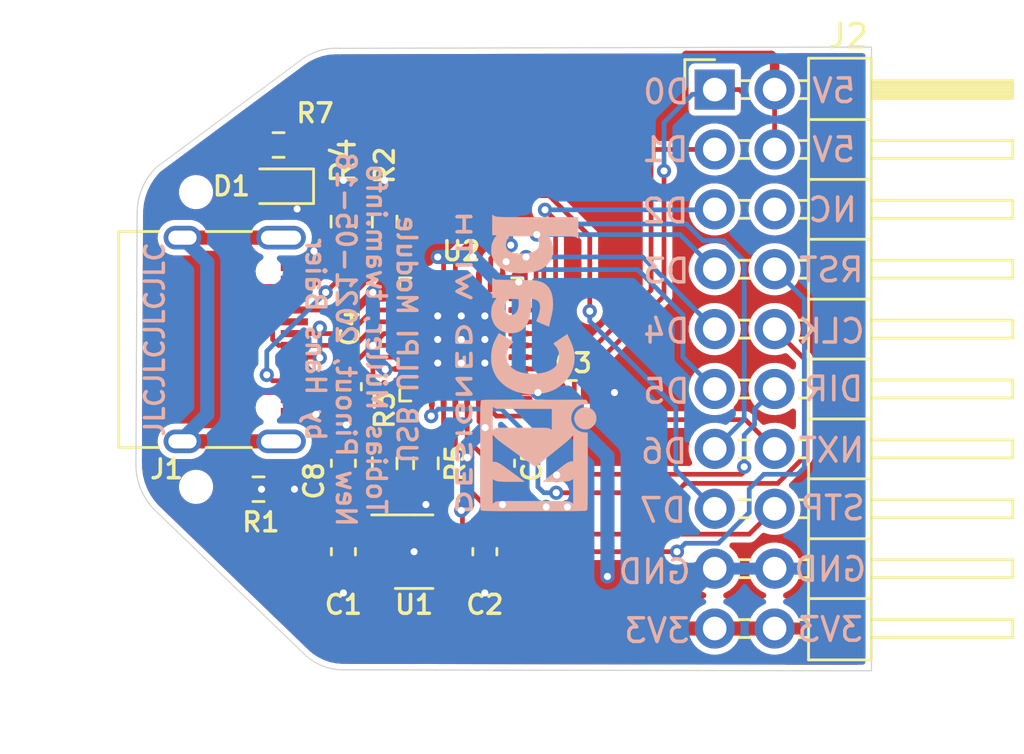
<source format=kicad_pcb>
(kicad_pcb (version 20210424) (generator pcbnew)
  (title_block (title "USB PMOD ULPI") (date "2021-01-30") (rev "1") (comment 1 "License: CC-BY-SA 4.0") (comment 2 "Author: Tobias Müller, twam.info"))
  (layers (0 "F.Cu" signal) (31 "B.Cu" signal) (34 "B.Paste" user) (35 "F.Paste" user) (36 "B.SilkS" user "B.Silkscreen") (37 "F.SilkS" user "F.Silkscreen") (38 "B.Mask" user) (39 "F.Mask" user) (44 "Edge.Cuts" user))
  (net 0 "")
  (net 1 "Net-(D1-Pad2)")
  (net 2 "GND")
  (net 3 "VBUS")
  (net 4 "/SBU2")
  (net 5 "/CC1")
  (net 6 "/SBU1")
  (net 7 "/CC2")
  (net 8 "Net-(J1-PadS1)")
  (net 9 "/D-")
  (net 10 "/D+")
  (net 11 "+3V3")
  (net 12 "/STP")
  (net 13 "/DIR")
  (net 14 "/NXT")
  (net 15 "/CLK")
  (net 16 "/RESET")
  (net 17 "/DATA3")
  (net 18 "/DATA7")
  (net 19 "/DATA2")
  (net 20 "/DATA6")
  (net 21 "/DATA1")
  (net 22 "/DATA5")
  (net 23 "/DATA0")
  (net 24 "/DATA4")
  (net 25 "Net-(R5-Pad1)")
  (net 26 "+1V8")
  (net 27 "Net-(R3-Pad2)")
  (net 28 "Net-(U1-Pad4)")
  (net 29 "Net-(U2-Pad25)")
  (net 30 "Net-(U2-Pad17)")
  (net 31 "Net-(U2-Pad16)")
  (net 32 "Net-(U2-Pad15)")
  (net 33 "Net-(U2-Pad12)")
  (net 34 "Net-(J2-Pad6)")
  (footprint "LED_SMD:LED_0603_1608Metric" (layer "F.Cu") (at 143.5 93.5 180)
    (fp_text reference "D1" (at 2 0 180) (layer "F.SilkS") (effects (font (size 0.8 0.8))))
    (fp_text value "green")
    (pad "1" smd roundrect locked (at -0.7875 0 180) (size 0.875 0.95) (layers "F.Cu" "F.Paste" "F.Mask") (net 2 "GND"))
    (pad "2" smd roundrect locked (at 0.7875 0 180) (size 0.875 0.95) (layers "F.Cu" "F.Paste" "F.Mask") (net 1 "Net-(D1-Pad2)"))
  )
  (footprint "Capacitor_SMD:C_0603_1608Metric" (layer "F.Cu") (at 146.25 105.25 90)
    (fp_text reference "C8" (at -0.75 -1.25 90) (layer "F.SilkS") (effects (font (size 0.8 0.8))))
    (fp_text value "2u2")
    (pad "1" smd roundrect locked (at -0.775 0 90) (size 0.9 0.95) (layers "F.Cu" "F.Paste" "F.Mask") (net 3 "VBUS"))
    (pad "2" smd roundrect locked (at 0.775 0 90) (size 0.9 0.95) (layers "F.Cu" "F.Paste" "F.Mask") (net 2 "GND"))
  )
  (footprint "Resistor_SMD:R_0603_1608Metric" (layer "F.Cu") (at 148 105.25 90)
    (fp_text reference "R3" (at 2.25 0 90) (layer "F.SilkS") (effects (font (size 0.8 0.8))))
    (fp_text value "10k")
    (pad "1" smd roundrect locked (at -0.825 0 90) (size 0.8 0.95) (layers "F.Cu" "F.Paste" "F.Mask") (net 3 "VBUS"))
    (pad "2" smd roundrect locked (at 0.825 0 90) (size 0.8 0.95) (layers "F.Cu" "F.Paste" "F.Mask") (net 27 "Net-(R3-Pad2)"))
  )
  (footprint "Resistor_SMD:R_0603_1608Metric" (layer "F.Cu") (at 143.5 91.75 180)
    (fp_text reference "R7" (at -1.55 1.35 180) (layer "F.SilkS") (effects (font (size 0.8 0.8))))
    (fp_text value "15k")
    (pad "1" smd roundrect locked (at -0.825 0 180) (size 0.8 0.95) (layers "F.Cu" "F.Paste" "F.Mask") (net 3 "VBUS"))
    (pad "2" smd roundrect locked (at 0.825 0 180) (size 0.8 0.95) (layers "F.Cu" "F.Paste" "F.Mask") (net 1 "Net-(D1-Pad2)"))
  )
  (footprint "Connector_USB:USB_C_Receptacle_XKB_U262-16XN-4BVC11" (layer "F.Cu") (at 140.5 100 -90)
    (fp_text reference "J1" (at 5.5 1.75 180) (layer "F.SilkS") (effects (font (size 0.8 0.8))))
    (fp_text value "USB_C_Receptacle_USB2.0")
    (pad "" np_thru_hole circle locked (at -2.89 -2.605 270) (size 0.65 0.65) (drill 0.65) (layers *.Cu *.Mask))
    (pad "" np_thru_hole circle locked (at 2.89 -2.605 270) (size 0.65 0.65) (drill 0.65) (layers *.Cu *.Mask))
    (pad "A1" smd rect locked (at -3.35 -3.67 270) (size 0.3 1.15) (layers "F.Cu" "F.Paste" "F.Mask") (net 2 "GND"))
    (pad "A4" smd rect locked (at -2.55 -3.67 270) (size 0.3 1.15) (layers "F.Cu" "F.Paste" "F.Mask") (net 3 "VBUS"))
    (pad "A5" smd rect locked (at -1.25 -3.67 270) (size 0.3 1.15) (layers "F.Cu" "F.Paste" "F.Mask") (net 5 "/CC1"))
    (pad "A6" smd rect locked (at -0.25 -3.67 270) (size 0.3 1.15) (layers "F.Cu" "F.Paste" "F.Mask") (net 10 "/D+"))
    (pad "A7" smd rect locked (at 0.25 -3.67 270) (size 0.3 1.15) (layers "F.Cu" "F.Paste" "F.Mask") (net 9 "/D-"))
    (pad "A8" smd rect locked (at 1.25 -3.67 270) (size 0.3 1.15) (layers "F.Cu" "F.Paste" "F.Mask") (net 6 "/SBU1"))
    (pad "A9" smd rect locked (at 2.55 -3.67 270) (size 0.3 1.15) (layers "F.Cu" "F.Paste" "F.Mask") (net 3 "VBUS"))
    (pad "A12" smd rect locked (at 3.35 -3.67 270) (size 0.3 1.15) (layers "F.Cu" "F.Paste" "F.Mask") (net 2 "GND"))
    (pad "B1" smd rect locked (at 3.05 -3.67 270) (size 0.3 1.15) (layers "F.Cu" "F.Paste" "F.Mask") (net 2 "GND"))
    (pad "B4" smd rect locked (at 2.25 -3.67 270) (size 0.3 1.15) (layers "F.Cu" "F.Paste" "F.Mask") (net 3 "VBUS"))
    (pad "B5" smd rect locked (at 1.75 -3.67 270) (size 0.3 1.15) (layers "F.Cu" "F.Paste" "F.Mask") (net 7 "/CC2"))
    (pad "B6" smd rect locked (at 0.75 -3.67 270) (size 0.3 1.15) (layers "F.Cu" "F.Paste" "F.Mask") (net 10 "/D+"))
    (pad "B7" smd rect locked (at -0.75 -3.67 270) (size 0.3 1.15) (layers "F.Cu" "F.Paste" "F.Mask") (net 9 "/D-"))
    (pad "B8" smd rect locked (at -1.75 -3.67 270) (size 0.3 1.15) (layers "F.Cu" "F.Paste" "F.Mask") (net 4 "/SBU2"))
    (pad "B9" smd rect locked (at -2.25 -3.67 270) (size 0.3 1.15) (layers "F.Cu" "F.Paste" "F.Mask") (net 3 "VBUS"))
    (pad "B12" smd rect locked (at -3.05 -3.67 270) (size 0.3 1.15) (layers "F.Cu" "F.Paste" "F.Mask") (net 2 "GND"))
    (pad "S1" thru_hole oval locked (at 4.32 1.075 270) (size 1 1.6) (drill oval 0.6 1.2) (layers *.Cu *.Mask) (net 8 "Net-(J1-PadS1)"))
    (pad "S1" thru_hole oval locked (at -4.32 -3.105 270) (size 1 2.1) (drill oval 0.6 1.7) (layers *.Cu *.Mask) (net 8 "Net-(J1-PadS1)"))
    (pad "S1" thru_hole oval locked (at 4.32 -3.105 270) (size 1 2.1) (drill oval 0.6 1.7) (layers *.Cu *.Mask) (net 8 "Net-(J1-PadS1)"))
    (pad "S1" thru_hole oval locked (at -4.32 1.075 270) (size 1 1.6) (drill oval 0.6 1.2) (layers *.Cu *.Mask) (net 8 "Net-(J1-PadS1)"))
  )
  (footprint "Resistor_SMD:R_0603_1608Metric" (layer "F.Cu") (at 148 95 90)
    (fp_text reference "R2" (at 1.5 0 90) (layer "F.SilkS") (effects (font (size 0.8 0.8)) (justify left)))
    (fp_text value "5k1")
    (pad "1" smd roundrect locked (at -0.825 0 90) (size 0.8 0.95) (layers "F.Cu" "F.Paste" "F.Mask") (net 5 "/CC1"))
    (pad "2" smd roundrect locked (at 0.825 0 90) (size 0.8 0.95) (layers "F.Cu" "F.Paste" "F.Mask") (net 2 "GND"))
  )
  (footprint "Capacitor_SMD:C_0603_1608Metric" (layer "F.Cu") (at 146.25 109 -90)
    (fp_text reference "C1" (at 2.25 0 180) (layer "F.SilkS") (effects (font (size 0.8 0.8))))
    (fp_text value "1u")
    (pad "1" smd roundrect locked (at -0.775 0 270) (size 0.9 0.95) (layers "F.Cu" "F.Paste" "F.Mask") (net 11 "+3V3"))
    (pad "2" smd roundrect locked (at 0.775 0 270) (size 0.9 0.95) (layers "F.Cu" "F.Paste" "F.Mask") (net 2 "GND"))
  )
  (footprint "Capacitor_SMD:C_0603_1608Metric" (layer "F.Cu") (at 156 102.25)
    (fp_text reference "C3" (at 0 -1.25) (layer "F.SilkS") (effects (font (size 0.8 0.8))))
    (fp_text value "100n")
    (pad "1" smd roundrect locked (at -0.775 0) (size 0.9 0.95) (layers "F.Cu" "F.Paste" "F.Mask") (net 11 "+3V3"))
    (pad "2" smd roundrect locked (at 0.775 0) (size 0.9 0.95) (layers "F.Cu" "F.Paste" "F.Mask") (net 2 "GND"))
  )
  (footprint "Capacitor_SMD:C_0603_1608Metric" (layer "F.Cu") (at 146.5 102 -90)
    (fp_text reference "C4" (at -2.5 0 90) (layer "F.SilkS") (effects (font (size 0.8 0.8))))
    (fp_text value "2u2")
    (pad "1" smd roundrect locked (at -0.775 0 270) (size 0.9 0.95) (layers "F.Cu" "F.Paste" "F.Mask") (net 11 "+3V3"))
    (pad "2" smd roundrect locked (at 0.775 0 270) (size 0.9 0.95) (layers "F.Cu" "F.Paste" "F.Mask") (net 2 "GND"))
  )
  (footprint "Package_TO_SOT_SMD:SOT-23-5" (layer "F.Cu") (at 149.25 109)
    (fp_text reference "U1" (at 0 2.25) (layer "F.SilkS") (effects (font (size 0.8 0.8))))
    (fp_text value "TPS76318")
    (pad "1" smd roundrect locked (at -1.1375 -0.95) (size 1.325 0.6) (layers "F.Cu" "F.Paste" "F.Mask") (net 11 "+3V3"))
    (pad "2" smd roundrect locked (at -1.1375 0) (size 1.325 0.6) (layers "F.Cu" "F.Paste" "F.Mask") (net 2 "GND"))
    (pad "3" smd roundrect locked (at -1.1375 0.95) (size 1.325 0.6) (layers "F.Cu" "F.Paste" "F.Mask") (net 11 "+3V3"))
    (pad "4" smd roundrect locked (at 1.1375 0.95) (size 1.325 0.6) (layers "F.Cu" "F.Paste" "F.Mask") (net 28 "Net-(U1-Pad4)"))
    (pad "5" smd roundrect locked (at 1.1375 -0.95) (size 1.325 0.6) (layers "F.Cu" "F.Paste" "F.Mask") (net 26 "+1V8"))
  )
  (footprint "Package_DFN_QFN:QFN-32-1EP_5x5mm_P0.5mm_EP3.3x3.3mm" (layer "F.Cu") (at 151.25 100 180)
    (fp_text reference "U2" (at 0 3.75) (layer "F.SilkS") (effects (font (size 0.8 0.8))))
    (fp_text value "USB3320")
    (pad "1" smd roundrect locked (at -2.4375 -1.75 180) (size 0.875 0.25) (layers "F.Cu" "F.Paste" "F.Mask") (net 11 "+3V3"))
    (pad "2" smd roundrect locked (at -2.4375 -1.25 180) (size 0.875 0.25) (layers "F.Cu" "F.Paste" "F.Mask") (net 14 "/NXT"))
    (pad "3" smd roundrect locked (at -2.4375 -0.75 180) (size 0.875 0.25) (layers "F.Cu" "F.Paste" "F.Mask") (net 23 "/DATA0"))
    (pad "4" smd roundrect locked (at -2.4375 -0.25 180) (size 0.875 0.25) (layers "F.Cu" "F.Paste" "F.Mask") (net 21 "/DATA1"))
    (pad "5" smd roundrect locked (at -2.4375 0.25 180) (size 0.875 0.25) (layers "F.Cu" "F.Paste" "F.Mask") (net 19 "/DATA2"))
    (pad "6" smd roundrect locked (at -2.4375 0.75 180) (size 0.875 0.25) (layers "F.Cu" "F.Paste" "F.Mask") (net 17 "/DATA3"))
    (pad "7" smd roundrect locked (at -2.4375 1.25 180) (size 0.875 0.25) (layers "F.Cu" "F.Paste" "F.Mask") (net 24 "/DATA4"))
    (pad "8" smd roundrect locked (at -2.4375 1.75 180) (size 0.875 0.25) (layers "F.Cu" "F.Paste" "F.Mask") (net 11 "+3V3"))
    (pad "9" smd roundrect locked (at -1.75 2.4375 180) (size 0.25 0.875) (layers "F.Cu" "F.Paste" "F.Mask") (net 22 "/DATA5"))
    (pad "10" smd roundrect locked (at -1.25 2.4375 180) (size 0.25 0.875) (layers "F.Cu" "F.Paste" "F.Mask") (net 20 "/DATA6"))
    (pad "11" smd roundrect locked (at -0.75 2.4375 180) (size 0.25 0.875) (layers "F.Cu" "F.Paste" "F.Mask") (net 11 "+3V3"))
    (pad "12" smd roundrect locked (at -0.25 2.4375 180) (size 0.25 0.875) (layers "F.Cu" "F.Paste" "F.Mask") (net 33 "Net-(U2-Pad12)"))
    (pad "13" smd roundrect locked (at 0.25 2.4375 180) (size 0.25 0.875) (layers "F.Cu" "F.Paste" "F.Mask") (net 18 "/DATA7"))
    (pad "14" smd roundrect locked (at 0.75 2.4375 180) (size 0.25 0.875) (layers "F.Cu" "F.Paste" "F.Mask") (net 11 "+3V3"))
    (pad "15" smd roundrect locked (at 1.25 2.4375 180) (size 0.25 0.875) (layers "F.Cu" "F.Paste" "F.Mask") (net 32 "Net-(U2-Pad15)"))
    (pad "16" smd roundrect locked (at 1.75 2.4375 180) (size 0.25 0.875) (layers "F.Cu" "F.Paste" "F.Mask") (net 31 "Net-(U2-Pad16)"))
    (pad "17" smd roundrect locked (at 2.4375 1.75 180) (size 0.875 0.25) (layers "F.Cu" "F.Paste" "F.Mask") (net 30 "Net-(U2-Pad17)"))
    (pad "18" smd roundrect locked (at 2.4375 1.25 180) (size 0.875 0.25) (layers "F.Cu" "F.Paste" "F.Mask") (net 10 "/D+"))
    (pad "19" smd roundrect locked (at 2.4375 0.75 180) (size 0.875 0.25) (layers "F.Cu" "F.Paste" "F.Mask") (net 9 "/D-"))
    (pad "20" smd roundrect locked (at 2.4375 0.25 180) (size 0.875 0.25) (layers "F.Cu" "F.Paste" "F.Mask") (net 11 "+3V3"))
    (pad "21" smd roundrect locked (at 2.4375 -0.25 180) (size 0.875 0.25) (layers "F.Cu" "F.Paste" "F.Mask") (net 11 "+3V3"))
    (pad "22" smd roundrect locked (at 2.4375 -0.75 180) (size 0.875 0.25) (layers "F.Cu" "F.Paste" "F.Mask") (net 27 "Net-(R3-Pad2)"))
    (pad "23" smd roundrect locked (at 2.4375 -1.25 180) (size 0.875 0.25) (layers "F.Cu" "F.Paste" "F.Mask") (net 11 "+3V3"))
    (pad "24" smd roundrect locked (at 2.4375 -1.75 180) (size 0.875 0.25) (layers "F.Cu" "F.Paste" "F.Mask") (net 25 "Net-(R5-Pad1)"))
    (pad "25" smd roundrect locked (at 1.75 -2.4375 180) (size 0.25 0.875) (layers "F.Cu" "F.Paste" "F.Mask") (net 29 "Net-(U2-Pad25)"))
    (pad "26" smd roundrect locked (at 1.25 -2.4375 180) (size 0.25 0.875) (layers "F.Cu" "F.Paste" "F.Mask") (net 15 "/CLK"))
    (pad "27" smd roundrect locked (at 0.75 -2.4375 180) (size 0.25 0.875) (layers "F.Cu" "F.Paste" "F.Mask") (net 16 "/RESET"))
    (pad "28" smd roundrect locked (at 0.25 -2.4375 180) (size 0.25 0.875) (layers "F.Cu" "F.Paste" "F.Mask") (net 26 "+1V8"))
    (pad "29" smd roundrect locked (at -0.25 -2.4375 180) (size 0.25 0.875) (layers "F.Cu" "F.Paste" "F.Mask") (net 12 "/STP"))
    (pad "30" smd roundrect locked (at -0.75 -2.4375 180) (size 0.25 0.875) (layers "F.Cu" "F.Paste" "F.Mask") (net 26 "+1V8"))
    (pad "31" smd roundrect locked (at -1.25 -2.4375 180) (size 0.25 0.875) (layers "F.Cu" "F.Paste" "F.Mask") (net 13 "/DIR"))
    (pad "32" smd roundrect locked (at -1.75 -2.4375 180) (size 0.25 0.875) (layers "F.Cu" "F.Paste" "F.Mask") (net 11 "+3V3"))
    (pad "33" smd rect locked (at 0 0 180) (size 3.3 3.3) (layers "F.Cu" "F.Mask") (net 2 "GND"))
  )
  (footprint "Capacitor_SMD:C_0603_1608Metric" (layer "F.Cu") (at 152.25 109 -90)
    (fp_text reference "C2" (at 2.25 0 180) (layer "F.SilkS") (effects (font (size 0.8 0.8))))
    (fp_text value "10u")
    (pad "1" smd roundrect locked (at -0.775 0 270) (size 0.9 0.95) (layers "F.Cu" "F.Paste" "F.Mask") (net 26 "+1V8"))
    (pad "2" smd roundrect locked (at 0.775 0 270) (size 0.9 0.95) (layers "F.Cu" "F.Paste" "F.Mask") (net 2 "GND"))
  )
  (footprint "Resistor_SMD:R_0603_1608Metric" (layer "F.Cu") (at 146.25 95 -90)
    (fp_text reference "R4" (at -1.5 0 90) (layer "F.SilkS") (effects (justify left)))
    (fp_text value "5k1")
    (pad "1" smd roundrect locked (at -0.825 0 270) (size 0.8 0.95) (layers "F.Cu" "F.Paste" "F.Mask") (net 2 "GND"))
    (pad "2" smd roundrect locked (at 0.825 0 270) (size 0.8 0.95) (layers "F.Cu" "F.Paste" "F.Mask") (net 7 "/CC2"))
  )
  (footprint "Resistor_SMD:R_0603_1608Metric" (layer "F.Cu") (at 149.75 105.25 -90)
    (fp_text reference "R5" (at 0 -1.25 90) (layer "F.SilkS") (effects (font (size 0.8 0.8))))
    (fp_text value "8k06 1%")
    (pad "1" smd roundrect locked (at -0.825 0 270) (size 0.8 0.95) (layers "F.Cu" "F.Paste" "F.Mask") (net 25 "Net-(R5-Pad1)"))
    (pad "2" smd roundrect locked (at 0.825 0 270) (size 0.8 0.95) (layers "F.Cu" "F.Paste" "F.Mask") (net 2 "GND"))
  )
  (footprint "Capacitor_SMD:C_0603_1608Metric" (layer "F.Cu") (at 153 105.25 -90)
    (fp_text reference "C5" (at 0 -1.25 90) (layer "F.SilkS") (effects (font (size 0.8 0.8))))
    (fp_text value "100n")
    (pad "1" smd roundrect locked (at -0.775 0 270) (size 0.9 0.95) (layers "F.Cu" "F.Paste" "F.Mask") (net 26 "+1V8"))
    (pad "2" smd roundrect locked (at 0.775 0 270) (size 0.9 0.95) (layers "F.Cu" "F.Paste" "F.Mask") (net 2 "GND"))
  )
  (footprint "MountingHole:MountingHole_JLCPCB" (layer "F.Cu") (at 140 93.75)
    (fp_text reference "REF**" hide)
    (fp_text value "MountingHole_JLCPCB")
    (pad "" np_thru_hole circle locked (at 0 0) (size 1.152 1.152) (drill 1.152) (layers *.Cu *.Mask) (clearance 0.148))
  )
  (footprint "Resistor_SMD:R_0603_1608Metric" (layer "F.Cu") (at 142.65 106.35 180)
    (fp_text reference "R1" (at -0.1 -1.4 180) (layer "F.SilkS") (effects (font (size 0.8 0.8))))
    (fp_text value "1M")
    (pad "1" smd roundrect locked (at -0.825 0 180) (size 0.8 0.95) (layers "F.Cu" "F.Paste" "F.Mask") (net 2 "GND"))
    (pad "2" smd roundrect locked (at 0.825 0 180) (size 0.8 0.95) (layers "F.Cu" "F.Paste" "F.Mask") (net 8 "Net-(J1-PadS1)"))
  )
  (footprint "MountingHole:MountingHole_JLCPCB" (layer "F.Cu") (at 140 106.25)
    (fp_text reference "REF**" hide)
    (fp_text value "MountingHole_JLCPCB")
    (pad "" np_thru_hole circle locked (at 0 0) (size 1.152 1.152) (drill 1.152) (layers *.Cu *.Mask) (clearance 0.148))
  )
  (footprint "Connector_PinHeader_2.54mm:PinHeader_2x10_P2.54mm_Horizontal" (layer "F.Cu") (at 162 89.4)
    (fp_text reference "J2" (at 5.655 -2.27) (layer "F.SilkS"))
    (fp_text value "2x10 Header")
    (pad "1" thru_hole rect locked (at 0 0) (size 1.7 1.7) (drill 1) (layers *.Cu *.Mask) (net 23 "/DATA0"))
    (pad "2" thru_hole oval locked (at 2.54 0) (size 1.7 1.7) (drill 1) (layers *.Cu *.Mask) (net 3 "VBUS"))
    (pad "3" thru_hole oval locked (at 0 2.54) (size 1.7 1.7) (drill 1) (layers *.Cu *.Mask) (net 21 "/DATA1"))
    (pad "4" thru_hole oval locked (at 2.54 2.54) (size 1.7 1.7) (drill 1) (layers *.Cu *.Mask) (net 3 "VBUS"))
    (pad "5" thru_hole oval locked (at 0 5.08) (size 1.7 1.7) (drill 1) (layers *.Cu *.Mask) (net 19 "/DATA2"))
    (pad "6" thru_hole oval locked (at 2.54 5.08) (size 1.7 1.7) (drill 1) (layers *.Cu *.Mask) (net 34 "Net-(J2-Pad6)"))
    (pad "7" thru_hole oval locked (at 0 7.62) (size 1.7 1.7) (drill 1) (layers *.Cu *.Mask) (net 17 "/DATA3"))
    (pad "8" thru_hole oval locked (at 2.54 7.62) (size 1.7 1.7) (drill 1) (layers *.Cu *.Mask) (net 16 "/RESET"))
    (pad "9" thru_hole oval locked (at 0 10.16) (size 1.7 1.7) (drill 1) (layers *.Cu *.Mask) (net 24 "/DATA4"))
    (pad "10" thru_hole oval locked (at 2.54 10.16) (size 1.7 1.7) (drill 1) (layers *.Cu *.Mask) (net 15 "/CLK"))
    (pad "11" thru_hole oval locked (at 0 12.7) (size 1.7 1.7) (drill 1) (layers *.Cu *.Mask) (net 22 "/DATA5"))
    (pad "12" thru_hole oval locked (at 2.54 12.7) (size 1.7 1.7) (drill 1) (layers *.Cu *.Mask) (net 13 "/DIR"))
    (pad "13" thru_hole oval locked (at 0 15.24) (size 1.7 1.7) (drill 1) (layers *.Cu *.Mask) (net 20 "/DATA6"))
    (pad "14" thru_hole oval locked (at 2.54 15.24) (size 1.7 1.7) (drill 1) (layers *.Cu *.Mask) (net 14 "/NXT"))
    (pad "15" thru_hole oval locked (at 0 17.78) (size 1.7 1.7) (drill 1) (layers *.Cu *.Mask) (net 18 "/DATA7"))
    (pad "16" thru_hole oval locked (at 2.54 17.78) (size 1.7 1.7) (drill 1) (layers *.Cu *.Mask) (net 12 "/STP"))
    (pad "17" thru_hole oval locked (at 0 20.32) (size 1.7 1.7) (drill 1) (layers *.Cu *.Mask) (net 2 "GND"))
    (pad "18" thru_hole oval locked (at 2.54 20.32) (size 1.7 1.7) (drill 1) (layers *.Cu *.Mask) (net 2 "GND"))
    (pad "19" thru_hole oval locked (at 0 22.86) (size 1.7 1.7) (drill 1) (layers *.Cu *.Mask) (net 11 "+3V3"))
    (pad "20" thru_hole oval locked (at 2.54 22.86) (size 1.7 1.7) (drill 1) (layers *.Cu *.Mask) (net 11 "+3V3"))
  )
  (footprint "Symbol:KiCad-Logo2_5mm_SilkScreen" (layer "B.Cu") (at 154 101 90)
    (fp_text reference "REFm**" hide)
    (fp_text value "KiCad-Logo2_5mm_SilkScreen" hide)
  )
  (gr_line (start 137.5 94.65) (end 137.45 105.3) (layer "Edge.Cuts") (width 0.05))
  (gr_line (start 138.305456 92.705456) (end 144.537561 88.081784) (layer "Edge.Cuts") (width 0.05))
  (gr_line (start 144.7 113.45) (end 138.389112 107.369586) (layer "Edge.Cuts") (width 0.05))
  (gr_line (start 166.3 87.6) (end 168.65 87.6) (layer "Edge.Cuts") (width 0.05))
  (gr_line (start 168.65 114.05) (end 166.35 114.05) (layer "Edge.Cuts") (width 0.05))
  (gr_line (start 168.65 87.6) (end 168.65 114.05) (layer "Edge.Cuts") (width 0.05))
  (gr_arc (start 145.95 90.15) (end 146.1 87.65) (angle -37.76382498) (layer "Edge.Cuts") (width 0.05))
  (gr_line (start 166.3 87.6) (end 146.1 87.65) (layer "Edge.Cuts") (width 0.05))
  (gr_arc (start 146.25 111.6) (end 144.7 113.45) (angle -42.33837316) (layer "Edge.Cuts") (width 0.05))
  (gr_arc (start 140.2 105.3) (end 137.45 105.3) (angle -48.81407091) (layer "Edge.Cuts") (width 0.05))
  (gr_arc (start 140.25 94.65) (end 137.5 94.65) (angle 45) (layer "Edge.Cuts") (width 0.05))
  (gr_line (start 166.35 114.05) (end 146.35026 114.01142) (layer "Edge.Cuts") (width 0.05))
  (gr_text "3V3" (at 159.55 112.35) (layer "B.SilkS") (effects (font (size 1 1)) (justify mirror)))
  (gr_text "GND" (at 159.45 109.85) (layer "B.SilkS") (effects (font (size 1 1)) (justify mirror)))
  (gr_text "NXT" (at 166.95 104.7) (layer "B.SilkS") (effects (font (size 1 1)) (justify mirror)))
  (gr_text "3V3" (at 166.9 112.3) (layer "B.SilkS") (effects (font (size 1 1)) (justify mirror)))
  (gr_text "D1" (at 159.9 91.95) (layer "B.SilkS") (effects (font (size 1 1)) (justify mirror)))
  (gr_text "CLK" (at 166.95 99.65) (layer "B.SilkS") (effects (font (size 1 1)) (justify mirror)))
  (gr_text "D4" (at 159.95 99.65) (layer "B.SilkS") (effects (font (size 1 1)) (justify mirror)))
  (gr_text "STP" (at 167 107.15) (layer "B.SilkS") (effects (font (size 1 1)) (justify mirror)))
  (gr_text "D0" (at 159.95 89.5) (layer "B.SilkS") (effects (font (size 1 1)) (justify mirror)))
  (gr_text "D3" (at 159.95 97.1) (layer "B.SilkS") (effects (font (size 1 1)) (justify mirror)))
  (gr_text "D5" (at 159.95 102.2) (layer "B.SilkS") (effects (font (size 1 1)) (justify mirror)))
  (gr_text "JLCJLCJLCJLC" (at 138.25 100 90) (layer "B.SilkS") (effects (font (size 0.8 0.8))))
  (gr_text "5V" (at 167.05 89.45) (layer "B.SilkS") (effects (font (size 1 1)) (justify mirror)))
  (gr_text "USB ULPI Module\nTobias Müller, twam.info\nNew Pinout, 2021-05-18\nby Hans Baier" (at 147 100 -90) (layer "B.SilkS") (effects (font (size 0.8 0.8)) (justify mirror)))
  (gr_text "DIR" (at 167.05 102.1) (layer "B.SilkS") (effects (font (size 1 1)) (justify mirror)))
  (gr_text "NC" (at 167 94.5) (layer "B.SilkS") (effects (font (size 1 1)) (justify mirror)))
  (gr_text "RST" (at 166.95 97.05) (layer "B.SilkS") (effects (font (size 1 1)) (justify mirror)))
  (gr_text "5V\n" (at 167.05 91.95) (layer "B.SilkS") (effects (font (size 1 1)) (justify mirror)))
  (gr_text "GND" (at 166.9 109.75) (layer "B.SilkS") (effects (font (size 1 1)) (justify mirror)))
  (gr_text "D7" (at 159.8 107.25) (layer "B.SilkS") (effects (font (size 1 1)) (justify mirror)))
  (gr_text "D2" (at 159.9 94.55) (layer "B.SilkS") (effects (font (size 1 1)) (justify mirror)))
  (gr_text "D6" (at 159.85 104.75) (layer "B.SilkS") (effects (font (size 1 1)) (justify mirror)))
  (segment (start 142.7125 91.7875) (end 142.675 91.75) (width 0.4) (layer "F.Cu") (net 1))
  (segment (start 142.7125 93.5) (end 142.7125 91.7875) (width 0.4) (layer "F.Cu") (net 1))
  (segment (start 146.375 103.625) (end 146.5 103.5) (width 0.4) (layer "F.Cu") (net 2))
  (segment (start 143.475 106.35) (end 144.174 106.35) (width 0.6) (layer "F.Cu") (net 2))
  (segment (start 142.777 106.35) (end 143.475 106.35) (width 0.6) (layer "F.Cu") (net 2))
  (segment (start 145 96.75) (end 145 96.25) (width 0.2) (layer "F.Cu") (net 2))
  (segment (start 146.25 109.775) (end 146.25 110.75) (width 0.2) (layer "F.Cu") (net 2))
  (segment (start 144.8 96.95) (end 145 96.75) (width 0.2) (layer "F.Cu") (net 2))
  (segment (start 144.2875 93.5) (end 144.2875 94.4625) (width 0.2) (layer "F.Cu") (net 2))
  (segment (start 156.775 102.25) (end 157.75 102.25) (width 0.2) (layer "F.Cu") (net 2))
  (segment (start 144.17 96.95) (end 144.8 96.95) (width 0.2) (layer "F.Cu") (net 2))
  (segment (start 146.25 104.475) (end 146.25 103.75) (width 0.4) (layer "F.Cu") (net 2))
  (segment (start 144.912 103.35) (end 145.087 103.175) (width 0.2) (layer "F.Cu") (net 2))
  (segment (start 146.25 103.75) (end 146.375 103.625) (width 0.4) (layer "F.Cu") (net 2))
  (segment (start 144.17 103.35) (end 144.17 103.05) (width 0.2) (layer "F.Cu") (net 2))
  (segment (start 144.6 96.65) (end 145 96.25) (width 0.2) (layer "F.Cu") (net 2))
  (segment (start 146.5 102.775) (end 146.5 103.5) (width 0.4) (layer "F.Cu") (net 2))
  (segment (start 144.17 96.65) (end 144.6 96.65) (width 0.2) (layer "F.Cu") (net 2))
  (segment (start 148 94.175) (end 148 93.25) (width 0.2) (layer "F.Cu") (net 2))
  (segment (start 152.25 109.775) (end 152.25 110.75) (width 0.2) (layer "F.Cu") (net 2))
  (segment (start 144.17 103.05) (end 144.962 103.05) (width 0.2) (layer "F.Cu") (net 2))
  (segment (start 148.1125 109) (end 149.25 109) (width 0.2) (layer "F.Cu") (net 2))
  (segment (start 144.962 103.05) (end 145.087 103.175) (width 0.2) (layer "F.Cu") (net 2))
  (segment (start 144.17 96.95) (end 144.17 96.65) (width 0.2) (layer "F.Cu") (net 2))
  (segment (start 153 106.025) (end 153 107) (width 0.2) (layer "F.Cu") (net 2))
  (segment (start 146.25 94.175) (end 146.25 93.25) (width 0.2) (layer "F.Cu") (net 2))
  (segment (start 149.75 106.075) (end 149.75 107) (width 0.2) (layer "F.Cu") (net 2))
  (segment (start 144.17 103.35) (end 144.912 103.35) (width 0.2) (layer "F.Cu") (net 2))
  (via (at 144.174 106.35) (size 0.6) (drill 0.3) (layers "F.Cu" "B.Cu") (net 2))
  (via (at 142.777 106.35) (size 0.6) (drill 0.3) (layers "F.Cu" "B.Cu") (net 2))
  (via (at 152.25 101) (size 0.6) (drill 0.3) (layers "F.Cu" "B.Cu") (net 2))
  (via (at 146.375 103.625) (size 0.6) (drill 0.3) (layers "F.Cu" "B.Cu") (net 2))
  (via (at 151.25 100) (size 0.6) (drill 0.3) (layers "F.Cu" "B.Cu") (net 2))
  (via (at 154.85 107.1) (size 0.6) (drill 0.3) (layers "F.Cu" "B.Cu") (net 2))
  (via (at 146.25 93.25) (size 0.6) (drill 0.3) (layers "F.Cu" "B.Cu") (net 2))
  (via (at 145.087 103.175) (size 0.6) (drill 0.3) (layers "F.Cu" "B.Cu") (net 2))
  (via (at 152.25 110.75) (size 0.6) (drill 0.3) (layers "F.Cu" "B.Cu") (net 2))
  (via (at 150.25 100) (size 0.6) (drill 0.3) (layers "F.Cu" "B.Cu") (net 2))
  (via (at 149.25 109) (size 0.6) (drill 0.3) (layers "F.Cu" "B.Cu") (net 2))
  (via (at 150.25 99) (size 0.6) (drill 0.3) (layers "F.Cu" "B.Cu") (net 2))
  (via (at 150.25 101) (size 0.6) (drill 0.3) (layers "F.Cu" "B.Cu") (net 2))
  (via (at 155.75 107.1) (size 0.6) (drill 0.3) (layers "F.Cu" "B.Cu") (net 2))
  (via (at 151.25 101) (size 0.6) (drill 0.3) (layers "F.Cu" "B.Cu") (net 2))
  (via (at 152.25 100) (size 0.6) (drill 0.3) (layers "F.Cu" "B.Cu") (net 2))
  (via (at 151.25 99) (size 0.6) (drill 0.3) (layers "F.Cu" "B.Cu") (net 2))
  (via (at 157.75 102.25) (size 0.6) (drill 0.3) (layers "F.Cu" "B.Cu") (net 2))
  (via (at 148 93.25) (size 0.6) (drill 0.3) (layers "F.Cu" "B.Cu") (net 2))
  (via (at 155.3 105.75) (size 0.6) (drill 0.3) (layers "F.Cu" "B.Cu") (net 2))
  (via (at 146.25 110.75) (size 0.6) (drill 0.3) (layers "F.Cu" "B.Cu") (net 2))
  (via (at 149.75 107) (size 0.6) (drill 0.3) (layers "F.Cu" "B.Cu") (net 2))
  (via (at 144.2875 94.4625) (size 0.6) (drill 0.3) (layers "F.Cu" "B.Cu") (net 2))
  (via (at 152.25 99) (size 0.6) (drill 0.3) (layers "F.Cu" "B.Cu") (net 2))
  (via (at 153 107) (size 0.6) (drill 0.3) (layers "F.Cu" "B.Cu") (net 2))
  (via (at 145 96.25) (size 0.6) (drill 0.3) (layers "F.Cu" "B.Cu") (net 2))
  (segment (start 162 109.72) (end 161.02 110.7) (width 0.6) (layer "B.Cu") (net 2))
  (segment (start 162 109.72) (end 161.28 109.72) (width 0.6) (layer "B.Cu") (net 2))
  (segment (start 161.28 109.72) (end 160.85 110.15) (width 0.6) (layer "B.Cu") (net 2))
  (segment (start 160.3 110.75) (end 159.919999 110.569999) (width 0.6) (layer "B.Cu") (net 2))
  (segment (start 161.150001 110.569999) (end 161.150001 110.750001) (width 0.6) (layer "B.Cu") (net 2))
  (segment (start 162 109.72) (end 161.150001 110.569999) (width 0.6) (layer "B.Cu") (net 2))
  (segment (start 160.85 110.15) (end 160.35 110.15) (width 0.6) (layer "B.Cu") (net 2))
  (segment (start 161.02 110.7) (end 160.65 110.7) (width 0.6) (layer "B.Cu") (net 2))
  (segment (start 160.65 110.7) (end 160.3 110.75) (width 0.6) (layer "B.Cu") (net 2))
  (segment (start 146.3 106.075) (end 146.25 106.025) (width 0.2) (layer "F.Cu") (net 3))
  (segment (start 144.17 102.55) (end 144.17 102.25) (width 0.2) (layer "F.Cu") (net 3))
  (segment (start 144.725 91.75) (end 144.775 91.7) (width 0.4) (layer "F.Cu") (net 3))
  (segment (start 144.17 97.75) (end 144.17 97.45) (width 0.2) (layer "F.Cu") (net 3))
  (segment (start 144.945 97.75) (end 145.527001 97.167999) (width 0.2) (layer "F.Cu") (net 3))
  (segment (start 145.614001 103.427961) (end 145.614001 102.614001) (width 0.2) (layer "F.Cu") (net 3))
  (segment (start 145.25 91.75) (end 156.85 91.75) (width 0.2) (layer "F.Cu") (net 3))
  (segment (start 142.25 102) (end 142.5 102.25) (width 0.2) (layer "F.Cu") (net 3))
  (segment (start 156.85 91.75) (end 157.05 91.7) (width 0.2) (layer "F.Cu") (net 3))
  (segment (start 142.5 102.25) (end 143 102.25) (width 0.2) (layer "F.Cu") (net 3))
  (segment (start 145.527001 92.027001) (end 145.25 91.75) (width 0.2) (layer "F.Cu") (net 3))
  (segment (start 144.325 91.75) (end 144.725 91.75) (width 0.4) (layer "F.Cu") (net 3))
  (segment (start 160.8 87.95) (end 164.45 87.95) (width 0.2) (layer "F.Cu") (net 3))
  (segment (start 145.527001 97.167999) (end 145.527001 92.027001) (width 0.2) (layer "F.Cu") (net 3))
  (segment (start 144.17 97.75) (end 144.945 97.75) (width 0.2) (layer "F.Cu") (net 3))
  (segment (start 160.8 87.95) (end 164.4 87.95) (width 0.4) (layer "F.Cu") (net 3))
  (segment (start 143 102.25) (end 144.17 102.25) (width 0.2) (layer "F.Cu") (net 3))
  (segment (start 164.45 87.95) (end 164.54 88.09) (width 0.2) (layer "F.Cu") (net 3))
  (segment (start 164.4 87.95) (end 164.54 88.09) (width 0.4) (layer "F.Cu") (net 3))
  (segment (start 145.614001 102.614001) (end 145.25 102.25) (width 0.2) (layer "F.Cu") (net 3))
  (segment (start 145.54799 105.32299) (end 145.54799 103.493972) (width 0.2) (layer "F.Cu") (net 3))
  (segment (start 145.25 91.75) (end 144.325 91.75) (width 0.2) (layer "F.Cu") (net 3))
  (segment (start 164.54 89.4) (end 164.54 91.94) (width 0.2) (layer "F.Cu") (net 3))
  (segment (start 142.5 97.75) (end 142.25 98) (width 0.2) (layer "F.Cu") (net 3))
  (segment (start 164.4 87.95) (end 164.45 87.95) (width 0.2) (layer "F.Cu") (net 3))
  (segment (start 144.775 91.7) (end 157.05 91.7) (width 0.4) (layer "F.Cu") (net 3))
  (segment (start 145.54799 103.493972) (end 145.614001 103.427961) (width 0.2) (layer "F.Cu") (net 3))
  (segment (start 142.25 98) (end 142.25 102) (width 0.2) (layer "F.Cu") (net 3))
  (segment (start 157.05 91.7) (end 160.8 87.95) (width 0.4) (layer "F.Cu") (net 3))
  (segment (start 144.17 97.75) (end 142.5 97.75) (width 0.2) (layer "F.Cu") (net 3))
  (segment (start 146.25 106.025) (end 145.54799 105.32299) (width 0.2) (layer "F.Cu") (net 3))
  (segment (start 145.25 102.25) (end 144.17 102.25) (width 0.2) (layer "F.Cu") (net 3))
  (segment (start 164.54 88.09) (end 164.54 89.4) (width 0.4) (layer "F.Cu") (net 3))
  (segment (start 148 106.075) (end 146.3 106.075) (width 0.2) (layer "F.Cu") (net 3))
  (segment (start 148 96.75) (end 148 95.825) (width 0.2) (layer "F.Cu") (net 5))
  (segment (start 146 98.75) (end 148 96.75) (width 0.2) (layer "F.Cu") (net 5))
  (segment (start 144.17 98.75) (end 146 98.75) (width 0.2) (layer "F.Cu") (net 5))
  (segment (start 146.25 97.25) (end 145.5 98) (width 0.2) (layer "F.Cu") (net 7))
  (segment (start 146.25 95.825) (end 146.25 97.25) (width 0.2) (layer "F.Cu") (net 7))
  (segment (start 143.25 101.75) (end 143 101.5) (width 0.2) (layer "F.Cu") (net 7))
  (segment (start 144.17 101.75) (end 143.25 101.75) (width 0.2) (layer "F.Cu") (net 7))
  (via (at 143 101.5) (size 0.6) (drill 0.3) (layers "F.Cu" "B.Cu") (net 7))
  (via (at 145.5 98) (size 0.6) (drill 0.3) (layers "F.Cu" "B.Cu") (net 7))
  (segment (start 143 100.5) (end 145.5 98) (width 0.2) (layer "B.Cu") (net 7))
  (segment (start 143 101.5) (end 143 100.5) (width 0.2) (layer "B.Cu") (net 7))
  (segment (start 141.825 106.35) (end 141.825 104.382) (width 0.6) (layer "F.Cu") (net 8))
  (segment (start 143.605 95.68) (end 139.425 95.68) (width 0.6) (layer "F.Cu") (net 8))
  (segment (start 140.263 104.32) (end 139.425 104.32) (width 0.6) (layer "F.Cu") (net 8))
  (segment (start 143.605 104.32) (end 140.263 104.32) (width 0.6) (layer "F.Cu") (net 8))
  (segment (start 140.475 96.73) (end 139.425 95.68) (width 0.6) (layer "B.Cu") (net 8))
  (segment (start 139.425 104.32) (end 139.425 104.225) (width 0.6) (layer "B.Cu") (net 8))
  (segment (start 140.475 103.175) (end 140.475 96.73) (width 0.6) (layer "B.Cu") (net 8))
  (segment (start 139.425 104.225) (end 140.475 103.175) (width 0.6) (layer "B.Cu") (net 8))
  (segment (start 143.25 100) (end 143.25 99.5) (width 0.2) (layer "F.Cu") (net 9))
  (segment (start 147.75 99.25) (end 148.8125 99.25) (width 0.2) (layer "F.Cu") (net 9))
  (segment (start 144.17 100.25) (end 146.75 100.25) (width 0.2) (layer "F.Cu") (net 9))
  (segment (start 144.17 99.25) (end 143.5 99.25) (width 0.2) (layer "F.Cu") (net 9))
  (segment (start 143.5 100.25) (end 143.25 100) (width 0.2) (layer "F.Cu") (net 9))
  (segment (start 143.5 99.25) (end 143.25 99.5) (width 0.2) (layer "F.Cu") (net 9))
  (segment (start 144.17 100.25) (end 143.5 100.25) (width 0.2) (layer "F.Cu") (net 9))
  (segment (start 146.75 100.25) (end 147.75 99.25) (width 0.2) (layer "F.Cu") (net 9))
  (segment (start 145.25 100.75) (end 145.25 100.777) (width 0.2) (layer "F.Cu") (net 10))
  (segment (start 144.17 99.75) (end 145.25 99.75) (width 0.2) (layer "F.Cu") (net 10))
  (segment (start 144.17 100.75) (end 145.25 100.75) (width 0.2) (layer "F.Cu") (net 10))
  (segment (start 146.5 99.75) (end 147.5 98.75) (width 0.2) (layer "F.Cu") (net 10))
  (segment (start 147.5 98.75) (end 148.8125 98.75) (width 0.2) (layer "F.Cu") (net 10))
  (segment (start 145.25 99.75) (end 145.25 99.5) (width 0.2) (layer "F.Cu") (net 10))
  (segment (start 145.25 99.75) (end 146.5 99.75) (width 0.2) (layer "F.Cu") (net 10))
  (via (at 145.25 99.5) (size 0.6) (drill 0.3) (layers "F.Cu" "B.Cu") (net 10))
  (via (at 145.25 100.777) (size 0.6) (drill 0.3) (layers "F.Cu" "B.Cu") (net 10))
  (segment (start 145.25 100.777) (end 145.25 99.5) (width 0.2) (layer "B.Cu") (net 10))
  (segment (start 153.6875 98.25) (end 153.6875 97.5625) (width 0.2) (layer "F.Cu") (net 11))
  (segment (start 157.45 110.05) (end 159.66 112.26) (width 0.6) (layer "F.Cu") (net 11))
  (segment (start 153 102.4375) (end 153.5625 102.4375) (width 0.2) (layer "F.Cu") (net 11))
  (segment (start 153.75 102.25) (end 153.75 101.8125) (width 0.2) (layer "F.Cu") (net 11))
  (segment (start 146.425 108.05) (end 146.25 108.225) (width 0.2) (layer "F.Cu") (net 11))
  (segment (start 148.8125 101.25) (end 148 101.25) (width 0.2) (layer "F.Cu") (net 11))
  (segment (start 148.1125 108.05) (end 146.425 108.05) (width 0.2) (layer "F.Cu") (net 11))
  (segment (start 153.75 101.8125) (end 153.6875 101.75) (width 0.2) (layer "F.Cu") (net 11))
  (segment (start 150.25 96.5) (end 149 96.5) (width 0.2) (layer "F.Cu") (net 11))
  (segment (start 159.66 112.26) (end 164.54 112.26) (width 0.6) (layer "F.Cu") (net 11))
  (segment (start 148.1125 110.7625) (end 149.61 112.26) (width 0.6) (layer "F.Cu") (net 11))
  (segment (start 152 97.5625) (end 152 96.75) (width 0.2) (layer "F.Cu") (net 11))
  (segment (start 150.5 97.5625) (end 150.5 96.75) (width 0.2) (layer "F.Cu") (net 11))
  (segment (start 149.61 112.26) (end 159.66 112.26) (width 0.6) (layer "F.Cu") (net 11))
  (segment (start 148.8125 99.75) (end 147.975 99.75) (width 0.2) (layer "F.Cu") (net 11))
  (segment (start 147.4875 100.2375) (end 146.5 101.225) (width 0.2) (layer "F.Cu") (net 11))
  (segment (start 154.5 102.25) (end 153.75 102.25) (width 0.2) (layer "F.Cu") (net 11))
  (segment (start 150.5 96.75) (end 150.25 96.5) (width 0.2) (layer "F.Cu") (net 11))
  (segment (start 148 101.25) (end 148.027 101.277) (width 0.2) (layer "F.Cu") (net 11))
  (segment (start 148.1125 109.95) (end 148.1125 110.7625) (width 0.6) (layer "F.Cu") (net 11))
  (segment (start 147.5 100.25) (end 147.4875 100.2375) (width 0.2) (layer "F.Cu") (net 11))
  (segment (start 147.975 99.75) (end 147.4875 100.2375) (width 0.2) (layer "F.Cu") (net 11))
  (segment (start 152 96.75) (end 151.75 96.5) (width 0.2) (layer "F.Cu") (net 11))
  (segment (start 148.8125 100.25) (end 147.5 100.25) (width 0.2) (layer "F.Cu") (net 11))
  (segment (start 149 96.5) (end 147.5 98) (width 0.2) (layer "F.Cu") (net 11))
  (segment (start 155.225 102.25) (end 154.5 102.25) (width 0.2) (layer "F.Cu") (net 11))
  (segment (start 153.5625 102.4375) (end 153.75 102.25) (width 0.2) (layer "F.Cu") (net 11))
  (via (at 154.5 102.25) (size 0.6) (drill 0.3) (layers "F.Cu" "B.Cu") (net 11))
  (via (at 157.45 110.05) (size 0.6) (drill 0.3) (layers "F.Cu" "B.Cu") (net 11))
  (via (at 148.027 101.277) (size 0.6) (drill 0.3) (layers "F.Cu" "B.Cu") (net 11))
  (via (at 150.25 96.5) (size 0.6) (drill 0.3) (layers "F.Cu" "B.Cu") (net 11))
  (via (at 151.75 96.5) (size 0.6) (drill 0.3) (layers "F.Cu" "B.Cu") (net 11))
  (via (at 147.5 98) (size 0.6) (drill 0.3) (layers "F.Cu" "B.Cu") (net 11))
  (via (at 147.5 100.25) (size 0.6) (drill 0.3) (layers "F.Cu" "B.Cu") (net 11))
  (via (at 153.6875 97.5625) (size 0.6) (drill 0.3) (layers "F.Cu" "B.Cu") (net 11))
  (segment (start 150.25 96.5) (end 151.75 96.5) (width 0.6) (layer "B.Cu") (net 11))
  (segment (start 155.75 102.25) (end 156.15 102.65) (width 0.6) (layer "B.Cu") (net 11))
  (segment (start 153.6875 101.4375) (end 154.5 102.25) (width 0.6) (layer "B.Cu") (net 11))
  (segment (start 157.45 104.95) (end 157.45 110.05) (width 0.6) (layer "B.Cu") (net 11))
  (segment (start 153.6875 97.5625) (end 152.8125 97.5625) (width 0.6) (layer "B.Cu") (net 11))
  (segment (start 156.15 102.65) (end 156.15 103.65) (width 0.6) (layer "B.Cu") (net 11))
  (segment (start 147.5 100.25) (end 147.5 100.75) (width 0.6) (layer "B.Cu") (net 11))
  (segment (start 151.75 96.5) (end 152.8125 97.5625) (width 0.6) (layer "B.Cu") (net 11))
  (segment (start 154.5 102.25) (end 155.75 102.25) (width 0.6) (layer "B.Cu") (net 11))
  (segment (start 147.5 100.75) (end 148.027 101.277) (width 0.6) (layer "B.Cu") (net 11))
  (segment (start 153.6875 97.5625) (end 153.6875 101.4375) (width 0.6) (layer "B.Cu") (net 11))
  (segment (start 147.5 98) (end 147.5 100.25) (width 0.6) (layer "B.Cu") (net 11))
  (segment (start 156.15 103.65) (end 157.45 104.95) (width 0.6) (layer "B.Cu") (net 11))
  (segment (start 153.8 107.05) (end 153.8 106.25) (width 0.2) (layer "F.Cu") (net 12))
  (segment (start 153.5 105.25) (end 152.5 105.25) (width 0.2) (layer "F.Cu") (net 12))
  (segment (start 153.75 105.5) (end 153.8 105.65) (width 0.2) (layer "F.Cu") (net 12))
  (segment (start 151.5 104.25) (end 152.5 105.25) (width 0.2) (layer "F.Cu") (net 12))
  (segment (start 155.007001 108.257001) (end 153.8 107.05) (width 0.2) (layer "F.Cu") (net 12))
  (segment (start 151.5 102.4375) (end 151.5 104.25) (width 0.2) (layer "F.Cu") (net 12))
  (segment (start 153.8 106.25) (end 153.8 105.65) (width 0.2) (layer "F.Cu") (net 12))
  (segment (start 163.462999 108.257001) (end 155.007001 108.257001) (width 0.2) (layer "F.Cu") (net 12))
  (segment (start 153.75 105.5) (end 153.5 105.25) (width 0.2) (layer "F.Cu") (net 12))
  (segment (start 164.54 107.18) (end 163.462999 108.257001) (width 0.2) (layer "F.Cu") (net 12))
  (segment (start 152.5 102.4375) (end 152.5 103) (width 0.2) (layer "F.Cu") (net 13))
  (segment (start 154 103.25) (end 154.25 103.5) (width 0.2) (layer "F.Cu") (net 13))
  (segment (start 154.25 103.5) (end 156.467001 105.717001) (width 0.2) (layer "F.Cu") (net 13))
  (segment (start 152.75 103.25) (end 154 103.25) (width 0.2) (layer "F.Cu") (net 13))
  (segment (start 156.467001 105.717001) (end 163.132999 105.717001) (width 0.2) (layer "F.Cu") (net 13))
  (segment (start 163.132999 105.717001) (end 163.25 105.6) (width 0.2) (layer "F.Cu") (net 13))
  (segment (start 152.5 103) (end 152.75 103.25) (width 0.2) (layer "F.Cu") (net 13))
  (segment (start 163.25 105.6) (end 163.25 105.4) (width 0.2) (layer "F.Cu") (net 13))
  (via (at 163.25 105.4) (size 0.6) (drill 0.3) (layers "F.Cu" "B.Cu") (net 13))
  (segment (start 163.25 104.05) (end 163.690001 103.609999) (width 0.2) (layer "B.Cu") (net 13))
  (segment (start 163.25 105.4) (end 163.25 104.05) (width 0.2) (layer "B.Cu") (net 13))
  (segment (start 163.690001 102.949999) (end 164.54 102.1) (width 0.2) (layer "B.Cu") (net 13))
  (segment (start 163.690001 103.609999) (end 163.690001 102.949999) (width 0.2) (layer "B.Cu") (net 13))
  (segment (start 156.04462 101.54462) (end 156.04462 103.04462) (width 0.2) (layer "F.Cu") (net 14))
  (segment (start 158.75 103.4) (end 163.3 103.4) (width 0.2) (layer "F.Cu") (net 14))
  (segment (start 153.6875 101.25) (end 155.75 101.25) (width 0.2) (layer "F.Cu") (net 14))
  (segment (start 155.75 101.25) (end 156.04462 101.54462) (width 0.2) (layer "F.Cu") (net 14))
  (segment (start 156.04462 103.04462) (end 158.39462 103.04462) (width 0.2) (layer "F.Cu") (net 14))
  (segment (start 158.39462 103.04462) (end 158.75 103.4) (width 0.2) (layer "F.Cu") (net 14))
  (segment (start 163.3 103.4) (end 164.54 104.64) (width 0.2) (layer "F.Cu") (net 14))
  (segment (start 160.35 106.5) (end 160.747001 106.102999) (width 0.2) (layer "F.Cu") (net 15))
  (segment (start 165.8 104.973962) (end 165.8 100.82) (width 0.2) (layer "F.Cu") (net 15))
  (segment (start 150 103.25) (end 149.973 103.25) (width 0.2) (layer "F.Cu") (net 15))
  (segment (start 160.747001 106.102999) (end 164.670963 106.102999) (width 0.2) (layer "F.Cu") (net 15))
  (segment (start 150 102.4375) (end 150 103.25) (width 0.2) (layer "F.Cu") (net 15))
  (segment (start 165.8 100.82) (end 164.54 99.56) (width 0.2) (layer "F.Cu") (net 15))
  (segment (start 164.670963 106.102999) (end 165.8 104.973962) (width 0.2) (layer "F.Cu") (net 15))
  (segment (start 155.277 106.5) (end 160.35 106.5) (width 0.2) (layer "F.Cu") (net 15))
  (via (at 149.973 103.25) (size 0.6) (drill 0.3) (layers "F.Cu" "B.Cu") (net 15))
  (via (at 155.277 106.5) (size 0.6) (drill 0.3) (layers "F.Cu" "B.Cu") (net 15))
  (segment (start 154.5 106.25) (end 154.75 106.5) (width 0.2) (layer "B.Cu") (net 15))
  (segment (start 152.950001 102.950001) (end 154.5 104.5) (width 0.2) (layer "B.Cu") (net 15))
  (segment (start 149.973 103.25) (end 150.272999 102.950001) (width 0.2) (layer "B.Cu") (net 15))
  (segment (start 154.5 104.5) (end 154.5 106.25) (width 0.2) (layer "B.Cu") (net 15))
  (segment (start 154.75 106.5) (end 155.277 106.5) (width 0.2) (layer "B.Cu") (net 15))
  (segment (start 150.272999 102.950001) (end 152.950001 102.950001) (width 0.2) (layer "B.Cu") (net 15))
  (segment (start 150.5 105.279962) (end 153.804049 108.584011) (width 0.2) (layer "F.Cu") (net 16))
  (segment (start 154.208098 109) (end 160.4 109) (width 0.2) (layer "F.Cu") (net 16))
  (segment (start 150.5 102.4375) (end 150.5 105.279962) (width 0.2) (layer "F.Cu") (net 16))
  (segment (start 153.804049 108.584011) (end 153.804049 108.595951) (width 0.2) (layer "F.Cu") (net 16))
  (segment (start 153.804049 108.595951) (end 154.208098 109) (width 0.2) (layer "F.Cu") (net 16))
  (via (at 160.4 109) (size 0.6) (drill 0.3) (layers "F.Cu" "B.Cu") (net 16))
  (segment (start 164.082999 105.717001) (end 165.517001 105.717001) (width 0.2) (layer "B.Cu") (net 16))
  (segment (start 163.462999 106.337001) (end 164.082999 105.717001) (width 0.2) (layer "B.Cu") (net 16))
  (segment (start 160.4 109) (end 160.757001 108.642999) (width 0.2) (layer "B.Cu") (net 16))
  (segment (start 163.462999 107.337001) (end 163.462999 106.337001) (width 0.2) (layer "B.Cu") (net 16))
  (segment (start 165.8 98.28) (end 164.54 97.02) (width 0.2) (layer "B.Cu") (net 16))
  (segment (start 160.757001 108.642999) (end 162.157001 108.642999) (width 0.2) (layer "B.Cu") (net 16))
  (segment (start 165.517001 105.717001) (end 165.8 105.434002) (width 0.2) (layer "B.Cu") (net 16))
  (segment (start 162.157001 108.642999) (end 163.462999 107.337001) (width 0.2) (layer "B.Cu") (net 16))
  (segment (start 165.8 105.434002) (end 165.8 98.28) (width 0.2) (layer "B.Cu") (net 16))
  (segment (start 154.45 95.55) (end 154.4 95.5) (width 0.2) (layer "F.Cu") (net 17))
  (segment (start 154.75 99.17299) (end 154.67299 99.25) (width 0.2) (layer "F.Cu") (net 17))
  (segment (start 154.75 95.85) (end 154.45 95.55) (width 0.2) (layer "F.Cu") (net 17))
  (segment (start 154.75 96.25) (end 154.75 95.85) (width 0.2) (layer "F.Cu") (net 17))
  (segment (start 154.67299 99.25) (end 153.6875 99.25) (width 0.2) (layer "F.Cu") (net 17))
  (segment (start 154.75 96.25) (end 154.75 99.17299) (width 0.2) (layer "F.Cu") (net 17))
  (via (at 154.45 95.55) (size 0.6) (drill 0.3) (layers "F.Cu" "B.Cu") (net 17))
  (segment (start 160.53 95.55) (end 162 97.02) (width 0.2) (layer "B.Cu") (net 17))
  (segment (start 154.45 95.55) (end 160.53 95.55) (width 0.2) (layer "B.Cu") (net 17))
  (segment (start 153.570038 93.9) (end 154.979962 93.9) (width 0.2) (layer "F.Cu") (net 18))
  (segment (start 154.979962 93.9) (end 156.7 95.620038) (width 0.2) (layer "F.Cu") (net 18))
  (segment (start 151 96.470038) (end 153.570038 93.9) (width 0.2) (layer "F.Cu") (net 18))
  (segment (start 156.7 95.620038) (end 156.7 98.8) (width 0.2) (layer "F.Cu") (net 18))
  (segment (start 151 97.5625) (end 151 96.470038) (width 0.2) (layer "F.Cu") (net 18))
  (via (at 156.7 98.8) (size 0.6) (drill 0.3) (layers "F.Cu" "B.Cu") (net 18))
  (segment (start 156.7 99.224264) (end 160.35 102.874264) (width 0.2) (layer "B.Cu") (net 18))
  (segment (start 160.35 105.53) (end 162 107.18) (width 0.2) (layer "B.Cu") (net 18))
  (segment (start 156.7 98.8) (end 156.7 99.224264) (width 0.2) (layer "B.Cu") (net 18))
  (segment (start 160.35 102.874264) (end 160.35 105.53) (width 0.2) (layer "B.Cu") (net 18))
  (segment (start 154.8 94.5) (end 154.8 94.5) (width 0.2) (layer "F.Cu") (net 19))
  (segment (start 155.25 95.06246) (end 155.25 95.05) (width 0.2) (layer "F.Cu") (net 19))
  (segment (start 155.25 95.05) (end 155.25 94.95) (width 0.2) (layer "F.Cu") (net 19))
  (segment (start 155 99.75) (end 155.25 99.5) (width 0.2) (layer "F.Cu") (net 19))
  (segment (start 155.25 95.05) (end 155.25 95.029962) (width 0.2) (layer "F.Cu") (net 19))
  (segment (start 155.25 94.95) (end 154.8 94.5) (width 0.2) (layer "F.Cu") (net 19))
  (segment (start 153.6875 99.75) (end 155 99.75) (width 0.2) (layer "F.Cu") (net 19))
  (segment (start 155.25 99.5) (end 155.25 95.06246) (width 0.2) (layer "F.Cu") (net 19))
  (segment (start 155.25 95.05) (end 155.239981 95.039981) (width 0.2) (layer "F.Cu") (net 19))
  (via (at 154.8 94.5) (size 0.6) (drill 0.3) (layers "F.Cu" "B.Cu") (net 19))
  (segment (start 161.98 94.5) (end 162 94.48) (width 0.2) (layer "B.Cu") (net 19))
  (segment (start 154.8 94.5) (end 161.98 94.5) (width 0.2) (layer "B.Cu") (net 19))
  (segment (start 152.5 97.5625) (end 152.5 96.570038) (width 0.2) (layer "F.Cu") (net 20))
  (segment (start 152.5 96.570038) (end 153.070038 96) (width 0.2) (layer "F.Cu") (net 20))
  (segment (start 153.070038 96) (end 153.35 96) (width 0.2) (layer "F.Cu") (net 20))
  (via (at 153.35 96) (size 0.6) (drill 0.3) (layers "F.Cu" "B.Cu") (net 20))
  (segment (start 163.25 96.676038) (end 163.25 103.39) (width 0.2) (layer "B.Cu") (net 20))
  (segment (start 161.5 95.8) (end 162.373962 95.8) (width 0.2) (layer "B.Cu") (net 20))
  (segment (start 154.75 95.1) (end 160.8 95.1) (width 0.2) (layer "B.Cu") (net 20))
  (segment (start 163.25 103.39) (end 162 104.64) (width 0.2) (layer "B.Cu") (net 20))
  (segment (start 154.672999 95.022999) (end 154.75 95.1) (width 0.2) (layer "B.Cu") (net 20))
  (segment (start 153.35 96) (end 153.35 95.870038) (width 0.2) (layer "B.Cu") (net 20))
  (segment (start 153.35 95.575736) (end 153.825736 95.1) (width 0.2) (layer "B.Cu") (net 20))
  (segment (start 154.120038 95.1) (end 154.197039 95.022999) (width 0.2) (layer "B.Cu") (net 20))
  (segment (start 154.197039 95.022999) (end 154.672999 95.022999) (width 0.2) (layer "B.Cu") (net 20))
  (segment (start 153.35 96) (end 153.35 95.575736) (width 0.2) (layer "B.Cu") (net 20))
  (segment (start 162.373962 95.8) (end 163.25 96.676038) (width 0.2) (layer "B.Cu") (net 20))
  (segment (start 160.8 95.1) (end 161.5 95.8) (width 0.2) (layer "B.Cu") (net 20))
  (segment (start 153.825736 95.1) (end 154.120038 95.1) (width 0.2) (layer "B.Cu") (net 20))
  (segment (start 156.95 100.25) (end 159.3 97.9) (width 0.2) (layer "F.Cu") (net 21))
  (segment (start 159.31 91.94) (end 162 91.94) (width 0.2) (layer "F.Cu") (net 21))
  (segment (start 159.3 91.95) (end 159.31 91.94) (width 0.2) (layer "F.Cu") (net 21))
  (segment (start 153.6875 100.25) (end 156.95 100.25) (width 0.2) (layer "F.Cu") (net 21))
  (segment (start 159.3 97.9) (end 159.3 91.95) (width 0.2) (layer "F.Cu") (net 21))
  (segment (start 161.89 92.05) (end 162 91.94) (width 0.2) (layer "B.Cu") (net 21))
  (segment (start 153 97.5625) (end 153 96.85) (width 0.2) (layer "F.Cu") (net 22))
  (segment (start 153 96.85) (end 153.15 96.7) (width 0.2) (layer "F.Cu") (net 22))
  (via (at 153.15 96.7) (size 0.6) (drill 0.3) (layers "F.Cu" "B.Cu") (net 22))
  (segment (start 160.65 100.75) (end 162 102.1) (width 0.2) (layer "B.Cu") (net 22))
  (segment (start 153.48549 97.03549) (end 158.73549 97.03549) (width 0.2) (layer "B.Cu") (net 22))
  (segment (start 158.73549 97.03549) (end 160.65 98.95) (width 0.2) (layer "B.Cu") (net 22))
  (segment (start 160.65 98.95) (end 160.65 100.75) (width 0.2) (layer "B.Cu") (net 22))
  (segment (start 153.15 96.7) (end 153.48549 97.03549) (width 0.2) (layer "B.Cu") (net 22))
  (segment (start 163.05 89.4) (end 162 89.4) (width 0.2) (layer "F.Cu") (net 23))
  (segment (start 159.85 98.15) (end 159.85 92.85) (width 0.2) (layer "F.Cu") (net 23))
  (segment (start 159.85 98.15) (end 157.25 100.75) (width 0.2) (layer "F.Cu") (net 23))
  (segment (start 163.25 89.6) (end 163.05 89.4) (width 0.2) (layer "F.Cu") (net 23))
  (segment (start 157.25 100.75) (end 153.6875 100.75) (width 0.2) (layer "F.Cu") (net 23))
  (via (at 159.85 92.85) (size 0.6) (drill 0.3) (layers "F.Cu" "B.Cu") (net 23))
  (segment (start 161.8 89.6) (end 162 89.4) (width 0.2) (layer "B.Cu") (net 23))
  (segment (start 161.05 89.6) (end 161.8 89.6) (width 0.2) (layer "B.Cu") (net 23))
  (segment (start 159.85 92.85) (end 159.85 90.8) (width 0.2) (layer "B.Cu") (net 23))
  (segment (start 159.85 90.8) (end 161.05 89.6) (width 0.2) (layer "B.Cu") (net 23))
  (segment (start 154.42299 96.92299) (end 154 96.5) (width 0.2) (layer "F.Cu") (net 24))
  (segment (start 154.42299 98.75) (end 154.42299 96.92299) (width 0.2) (layer "F.Cu") (net 24))
  (segment (start 153.6875 98.75) (end 154.42299 98.75) (width 0.2) (layer "F.Cu") (net 24))
  (via (at 154 96.5) (size 0.6) (drill 0.3) (layers "F.Cu" "B.Cu") (net 24))
  (segment (start 158.94 96.5) (end 162 99.56) (width 0.2) (layer "B.Cu") (net 24))
  (segment (start 154 96.5) (end 158.94 96.5) (width 0.2) (layer "B.Cu") (net 24))
  (segment (start 149.75 104) (end 148.75 103) (width 0.2) (layer "F.Cu") (net 25))
  (segment (start 148.75 101.8125) (end 148.8125 101.75) (width 0.2) (layer "F.Cu") (net 25))
  (segment (start 149.75 104.425) (end 149.75 104) (width 0.2) (layer "F.Cu") (net 25))
  (segment (start 148.75 103) (end 148.75 101.8125) (width 0.2) (layer "F.Cu") (net 25))
  (segment (start 151 102.4375) (end 151 104.5) (width 0.2) (layer "F.Cu") (net 26))
  (segment (start 151.3 108.05) (end 152.075 108.05) (width 0.2) (layer "F.Cu") (net 26))
  (segment (start 152 103.475) (end 152.2625 103.7375) (width 0.2) (layer "F.Cu") (net 26))
  (segment (start 152.2625 103.7375) (end 153 104.475) (width 0.2) (layer "F.Cu") (net 26))
  (segment (start 151.3 107.3) (end 151.25 107.25) (width 0.2) (layer "F.Cu") (net 26))
  (segment (start 151 104.5) (end 151.5 105) (width 0.2) (layer "F.Cu") (net 26))
  (segment (start 151.3 108.05) (end 151.3 107.3) (width 0.2) (layer "F.Cu") (net 26))
  (segment (start 150.3875 108.05) (end 151.3 108.05) (width 0.2) (layer "F.Cu") (net 26))
  (segment (start 152.075 108.05) (end 152.25 108.225) (width 0.2) (layer "F.Cu") (net 26))
  (segment (start 152 102.4375) (end 152 103.475) (width 0.2) (layer "F.Cu") (net 26))
  (via (at 151.25 107.25) (size 0.6) (drill 0.3) (layers "F.Cu" "B.Cu") (net 26))
  (via (at 152.2625 103.7375) (size 0.6) (drill 0.3) (layers "F.Cu" "B.Cu") (net 26))
  (via (at 151.5 105) (size 0.6) (drill 0.3) (layers "F.Cu" "B.Cu") (net 26))
  (segment (start 151.5 104.5) (end 152.2625 103.7375) (width 0.6) (layer "B.Cu") (net 26))
  (segment (start 151.5 107) (end 151.25 107.25) (width 0.6) (layer "B.Cu") (net 26))
  (segment (start 151.5 105) (end 151.5 107) (width 0.6) (layer "B.Cu") (net 26))
  (segment (start 151.5 105) (end 151.5 104.5) (width 0.6) (layer "B.Cu") (net 26))
  (segment (start 147.5 103.25) (end 147.5 101) (width 0.2) (layer "F.Cu") (net 27))
  (segment (start 147.5 101) (end 147.75 100.75) (width 0.2) (layer "F.Cu") (net 27))
  (segment (start 148 103.75) (end 147.5 103.25) (width 0.2) (layer "F.Cu") (net 27))
  (segment (start 148 104.425) (end 148 103.75) (width 0.2) (layer "F.Cu") (net 27))
  (segment (start 147.75 100.75) (end 148.8125 100.75) (width 0.2) (layer "F.Cu") (net 27))
  (zone (net 11) (net_name "+3V3") (layer "F.Cu") (connect_pads (clearance 0.254)) (min_thickness 0.254) (fill yes (thermal_gap 0.508) (thermal_bridge_width 0.508))
    (polygon (pts (xy 168.1 116.55) (xy 134.4 116.7) (xy 134.4 86.5) (xy 168.85 86.1)))
  )
  (zone (net 2) (net_name "GND") (layer "B.Cu") (connect_pads (clearance 0.254)) (min_thickness 0.254) (fill yes (thermal_gap 0.508) (thermal_bridge_width 0.508))
    (polygon (pts (xy 169.1 117.6) (xy 133.75 117.6) (xy 134.05 86.05) (xy 169.45 85.6)))
  )
)
</source>
